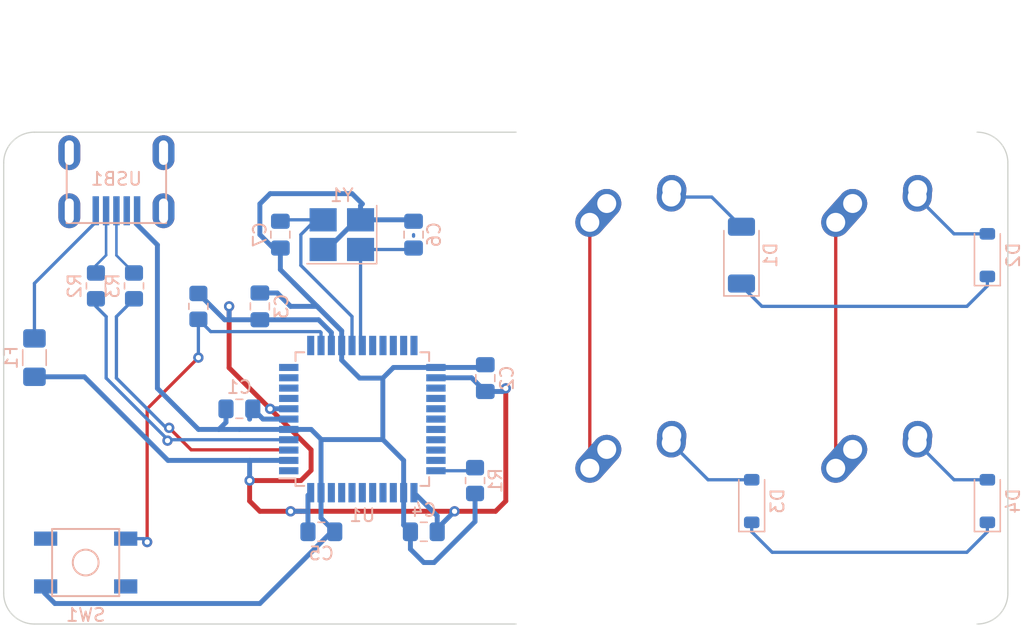
<source format=kicad_pcb>
(kicad_pcb (version 20221018) (generator pcbnew)
  (layers (0 "F.Cu" signal) (31 "B.Cu" signal) (34 "B.Paste" user) (35 "F.Paste" user) (36 "B.SilkS" user "B.Silkscreen") (37 "F.SilkS" user "F.Silkscreen") (38 "B.Mask" user) (39 "F.Mask" user) (44 "Edge.Cuts" user))
  (net 0 "")
  (net 1 "Net-(U2-UCAP)")
  (net 2 "GND")
  (net 3 "+5V")
  (net 4 "Net-(U2-XTAL1)")
  (net 5 "Net-(U2-XTAL2)")
  (net 6 "ROW0")
  (net 7 "Net-(D1-A)")
  (net 8 "Net-(D2-A)")
  (net 9 "ROW1")
  (net 10 "Net-(D3-A)")
  (net 11 "Net-(D4-A)")
  (net 12 "VCC")
  (net 13 "COL0")
  (net 14 "COL1")
  (net 15 "Net-(U2-~{HWB}{slash}PE2)")
  (net 16 "D+")
  (net 17 "Net-(U2-D+)")
  (net 18 "D-")
  (net 19 "Net-(U2-D-)")
  (net 20 "Net-(U2-~{RESET})")
  (footprint "MX_Alps_Hybrid:MX-1U-NoLED" (layer "F.Cu") (at 88.9 61.9125)
    (fp_text reference "MX1")
    (fp_text value "MX-NoLED")
    (pad "" np_thru_hole circle (at -5.08 0 48.0996) (size 1.75 1.75) (drill 1.75) (layers "*.Cu" "*.Mask"))
    (pad "" np_thru_hole circle (at 0 0) (size 3.9878 3.9878) (drill 3.9878) (layers "*.Cu" "*.Mask"))
    (pad "" np_thru_hole circle (at 5.08 0 48.0996) (size 1.75 1.75) (drill 1.75) (layers "*.Cu" "*.Mask"))
    (pad "1" thru_hole oval (at -3.81 -2.54 48.0996) (size 4.211556 2.25) (drill 1.47 (offset 0.980778 0)) (layers "*.Cu" "B.Mask") (net 13 "COL0"))
    (pad "1" thru_hole circle (at -2.5 -4) (size 2.25 2.25) (drill 1.47) (layers "*.Cu" "B.Mask") (net 13 "COL0"))
    (pad "2" thru_hole oval (at 2.5 -4.5 86.0548) (size 2.831378 2.25) (drill 1.47 (offset 0.290689 0)) (layers "*.Cu" "B.Mask") (net 7 "Net-(D1-A)"))
    (pad "2" thru_hole circle (at 2.54 -5.08) (size 2.25 2.25) (drill 1.47) (layers "*.Cu" "B.Mask") (net 7 "Net-(D1-A)"))
  )
  (footprint "MX_Alps_Hybrid:MX-1U-NoLED" (layer "F.Cu") (at 107.95 80.9625)
    (fp_text reference "MX4")
    (fp_text value "MX-NoLED")
    (pad "" np_thru_hole circle (at -5.08 0 48.0996) (size 1.75 1.75) (drill 1.75) (layers "*.Cu" "*.Mask"))
    (pad "" np_thru_hole circle (at 0 0) (size 3.9878 3.9878) (drill 3.9878) (layers "*.Cu" "*.Mask"))
    (pad "" np_thru_hole circle (at 5.08 0 48.0996) (size 1.75 1.75) (drill 1.75) (layers "*.Cu" "*.Mask"))
    (pad "1" thru_hole oval (at -3.81 -2.54 48.0996) (size 4.211556 2.25) (drill 1.47 (offset 0.980778 0)) (layers "*.Cu" "B.Mask") (net 14 "COL1"))
    (pad "1" thru_hole circle (at -2.5 -4) (size 2.25 2.25) (drill 1.47) (layers "*.Cu" "B.Mask") (net 14 "COL1"))
    (pad "2" thru_hole oval (at 2.5 -4.5 86.0548) (size 2.831378 2.25) (drill 1.47 (offset 0.290689 0)) (layers "*.Cu" "B.Mask") (net 11 "Net-(D4-A)"))
    (pad "2" thru_hole circle (at 2.54 -5.08) (size 2.25 2.25) (drill 1.47) (layers "*.Cu" "B.Mask") (net 11 "Net-(D4-A)"))
  )
  (footprint "MX_Alps_Hybrid:MX-1U-NoLED" (layer "F.Cu") (at 88.9 80.9625)
    (fp_text reference "MX3")
    (fp_text value "MX-NoLED")
    (pad "" np_thru_hole circle (at -5.08 0 48.0996) (size 1.75 1.75) (drill 1.75) (layers "*.Cu" "*.Mask"))
    (pad "" np_thru_hole circle (at 0 0) (size 3.9878 3.9878) (drill 3.9878) (layers "*.Cu" "*.Mask"))
    (pad "" np_thru_hole circle (at 5.08 0 48.0996) (size 1.75 1.75) (drill 1.75) (layers "*.Cu" "*.Mask"))
    (pad "1" thru_hole oval (at -3.81 -2.54 48.0996) (size 4.211556 2.25) (drill 1.47 (offset 0.980778 0)) (layers "*.Cu" "B.Mask") (net 13 "COL0"))
    (pad "1" thru_hole circle (at -2.5 -4) (size 2.25 2.25) (drill 1.47) (layers "*.Cu" "B.Mask") (net 13 "COL0"))
    (pad "2" thru_hole oval (at 2.5 -4.5 86.0548) (size 2.831378 2.25) (drill 1.47 (offset 0.290689 0)) (layers "*.Cu" "B.Mask") (net 10 "Net-(D3-A)"))
    (pad "2" thru_hole circle (at 2.54 -5.08) (size 2.25 2.25) (drill 1.47) (layers "*.Cu" "B.Mask") (net 10 "Net-(D3-A)"))
  )
  (footprint "MX_Alps_Hybrid:MX-1U-NoLED" (layer "F.Cu") (at 107.95 61.9125)
    (fp_text reference "MX2")
    (fp_text value "MX-NoLED")
    (pad "" np_thru_hole circle (at -5.08 0 48.0996) (size 1.75 1.75) (drill 1.75) (layers "*.Cu" "*.Mask"))
    (pad "" np_thru_hole circle (at 0 0) (size 3.9878 3.9878) (drill 3.9878) (layers "*.Cu" "*.Mask"))
    (pad "" np_thru_hole circle (at 5.08 0 48.0996) (size 1.75 1.75) (drill 1.75) (layers "*.Cu" "*.Mask"))
    (pad "1" thru_hole oval (at -3.81 -2.54 48.0996) (size 4.211556 2.25) (drill 1.47 (offset 0.980778 0)) (layers "*.Cu" "B.Mask") (net 14 "COL1"))
    (pad "1" thru_hole circle (at -2.5 -4) (size 2.25 2.25) (drill 1.47) (layers "*.Cu" "B.Mask") (net 14 "COL1"))
    (pad "2" thru_hole oval (at 2.5 -4.5 86.0548) (size 2.831378 2.25) (drill 1.47 (offset 0.290689 0)) (layers "*.Cu" "B.Mask") (net 8 "Net-(D2-A)"))
    (pad "2" thru_hole circle (at 2.54 -5.08) (size 2.25 2.25) (drill 1.47) (layers "*.Cu" "B.Mask") (net 8 "Net-(D2-A)"))
  )
  (footprint "Diode_SMD:D_SOD-128" (layer "B.Cu") (at 96.8375 61.9125 90)
    (fp_text reference "D1" (at 0 2.25 90) (layer "B.SilkS") (effects (justify mirror)))
    (fp_text value "SOD-123")
    (fp_line (start -3.16 -1.36) (end 1.9 -1.36) (stroke (width 0.12)) (layer "B.SilkS"))
    (fp_line (start -3.16 1.36) (end -3.16 -1.36) (stroke (width 0.12)) (layer "B.SilkS"))
    (fp_line (start -3.16 1.36) (end 1.9 1.36) (stroke (width 0.12)) (layer "B.SilkS"))
    (pad "1" smd roundrect (at -2.2 0 90) (size 1.4 2.1) (layers "B.Cu" "B.Paste" "B.Mask") (roundrect_rratio 0.1785714286) (net 6 "ROW0"))
    (pad "2" smd roundrect (at 2.2 0 90) (size 1.4 2.1) (layers "B.Cu" "B.Paste" "B.Mask") (roundrect_rratio 0.1785714286) (net 7 "Net-(D1-A)"))
  )
  (footprint "Capacitor_SMD:C_0805_2012Metric_Pad1.18x1.45mm_HandSolder" (layer "B.Cu") (at 59.53125 65.88125 90)
    (fp_text reference "C3" (at 0 1.68 90) (layer "B.SilkS") (effects (justify mirror)))
    (fp_text value "0.1uF")
    (fp_line (start -0.261252 -0.735) (end 0.261252 -0.735) (stroke (width 0.12)) (layer "B.SilkS"))
    (fp_line (start -0.261252 0.735) (end 0.261252 0.735) (stroke (width 0.12)) (layer "B.SilkS"))
    (pad "1" smd roundrect (at -1.0375 0 90) (size 1.175 1.45) (layers "B.Cu" "B.Paste" "B.Mask") (roundrect_rratio 0.212766) (net 3 "+5V"))
    (pad "2" smd roundrect (at 1.0375 0 90) (size 1.175 1.45) (layers "B.Cu" "B.Paste" "B.Mask") (roundrect_rratio 0.212766) (net 2 "GND"))
  )
  (footprint "Capacitor_SMD:C_0805_2012Metric_Pad1.18x1.45mm_HandSolder" (layer "B.Cu") (at 76.99375 71.4375 90)
    (fp_text reference "C2" (at 0 1.68 90) (layer "B.SilkS") (effects (justify mirror)))
    (fp_text value "0.1uF")
    (fp_line (start -0.261252 -0.735) (end 0.261252 -0.735) (stroke (width 0.12)) (layer "B.SilkS"))
    (fp_line (start -0.261252 0.735) (end 0.261252 0.735) (stroke (width 0.12)) (layer "B.SilkS"))
    (pad "1" smd roundrect (at -1.0375 0 90) (size 1.175 1.45) (layers "B.Cu" "B.Paste" "B.Mask") (roundrect_rratio 0.212766) (net 3 "+5V"))
    (pad "2" smd roundrect (at 1.0375 0 90) (size 1.175 1.45) (layers "B.Cu" "B.Paste" "B.Mask") (roundrect_rratio 0.212766) (net 2 "GND"))
  )
  (footprint "Resistor_SMD:R_0805_2012Metric_Pad1.20x1.40mm_HandSolder" (layer "B.Cu") (at 46.83125 64.29375 -90)
    (fp_text reference "R2" (at 0 1.65 90) (layer "B.SilkS") (effects (justify mirror)))
    (fp_text value "22")
    (fp_line (start -0.227064 -0.735) (end 0.227064 -0.735) (stroke (width 0.12)) (layer "B.SilkS"))
    (fp_line (start -0.227064 0.735) (end 0.227064 0.735) (stroke (width 0.12)) (layer "B.SilkS"))
    (pad "1" smd roundrect (at -1 0 270) (size 1.2 1.4) (layers "B.Cu" "B.Paste" "B.Mask") (roundrect_rratio 0.208333) (net 16 "D+"))
    (pad "2" smd roundrect (at 1 0 270) (size 1.2 1.4) (layers "B.Cu" "B.Paste" "B.Mask") (roundrect_rratio 0.208333) (net 17 "Net-(U2-D+)"))
  )
  (footprint "Package_QFP:TQFP-44_10x10mm_P0.8mm" (layer "B.Cu") (at 67.46875 74.6125)
    (fp_text reference "U1" (at 0 7.45) (layer "B.SilkS") (effects (justify mirror)))
    (fp_text value "ATmega32U4-A")
    (fp_line (start -5.175 -5.175) (end -5.175 -4.5) (stroke (width 0.15)) (layer "B.SilkS"))
    (fp_line (start -5.175 -5.175) (end -4.5 -5.175) (stroke (width 0.15)) (layer "B.SilkS"))
    (fp_line (start -5.175 4.6) (end -6.45 4.6) (stroke (width 0.15)) (layer "B.SilkS"))
    (fp_line (start -5.175 5.175) (end -5.175 4.6) (stroke (width 0.15)) (layer "B.SilkS"))
    (fp_line (start -5.175 5.175) (end -4.5 5.175) (stroke (width 0.15)) (layer "B.SilkS"))
    (fp_line (start 5.175 -5.175) (end 4.5 -5.175) (stroke (width 0.15)) (layer "B.SilkS"))
    (fp_line (start 5.175 -5.175) (end 5.175 -4.5) (stroke (width 0.15)) (layer "B.SilkS"))
    (fp_line (start 5.175 5.175) (end 4.5 5.175) (stroke (width 0.15)) (layer "B.SilkS"))
    (fp_line (start 5.175 5.175) (end 5.175 4.5) (stroke (width 0.15)) (layer "B.SilkS"))
    (pad "1" smd rect (at -5.7 4) (size 1.5 0.55) (layers "B.Cu" "B.Paste" "B.Mask"))
    (pad "2" smd rect (at -5.7 3.2) (size 1.5 0.55) (layers "B.Cu" "B.Paste" "B.Mask") (net 3 "+5V"))
    (pad "3" smd rect (at -5.7 2.4) (size 1.5 0.55) (layers "B.Cu" "B.Paste" "B.Mask") (net 19 "Net-(U2-D-)"))
    (pad "4" smd rect (at -5.7 1.6) (size 1.5 0.55) (layers "B.Cu" "B.Paste" "B.Mask") (net 17 "Net-(U2-D+)"))
    (pad "5" smd rect (at -5.7 0.8) (size 1.5 0.55) (layers "B.Cu" "B.Paste" "B.Mask") (net 2 "GND"))
    (pad "6" smd rect (at -5.7 0) (size 1.5 0.55) (layers "B.Cu" "B.Paste" "B.Mask") (net 1 "Net-(U2-UCAP)"))
    (pad "7" smd rect (at -5.7 -0.8) (size 1.5 0.55) (layers "B.Cu" "B.Paste" "B.Mask") (net 3 "+5V"))
    (pad "8" smd rect (at -5.7 -1.6) (size 1.5 0.55) (layers "B.Cu" "B.Paste" "B.Mask"))
    (pad "9" smd rect (at -5.7 -2.4) (size 1.5 0.55) (layers "B.Cu" "B.Paste" "B.Mask"))
    (pad "10" smd rect (at -5.7 -3.2) (size 1.5 0.55) (layers "B.Cu" "B.Paste" "B.Mask"))
    (pad "11" smd rect (at -5.7 -4) (size 1.5 0.55) (layers "B.Cu" "B.Paste" "B.Mask"))
    (pad "12" smd rect (at -4 -5.7 270) (size 1.5 0.55) (layers "B.Cu" "B.Paste" "B.Mask"))
    (pad "13" smd rect (at -3.2 -5.7 270) (size 1.5 0.55) (layers "B.Cu" "B.Paste" "B.Mask") (net 20 "Net-(U2-~{RESET})"))
    (pad "14" smd rect (at -2.4 -5.7 270) (size 1.5 0.55) (layers "B.Cu" "B.Paste" "B.Mask") (net 3 "+5V"))
    (pad "15" smd rect (at -1.6 -5.7 270) (size 1.5 0.55) (layers "B.Cu" "B.Paste" "B.Mask") (net 2 "GND"))
    (pad "16" smd rect (at -0.8 -5.7 270) (size 1.5 0.55) (layers "B.Cu" "B.Paste" "B.Mask") (net 5 "Net-(U2-XTAL2)"))
    (pad "17" smd rect (at 0 -5.7 270) (size 1.5 0.55) (layers "B.Cu" "B.Paste" "B.Mask") (net 4 "Net-(U2-XTAL1)"))
    (pad "18" smd rect (at 0.8 -5.7 270) (size 1.5 0.55) (layers "B.Cu" "B.Paste" "B.Mask"))
    (pad "19" smd rect (at 1.6 -5.7 270) (size 1.5 0.55) (layers "B.Cu" "B.Paste" "B.Mask"))
    (pad "20" smd rect (at 2.4 -5.7 270) (size 1.5 0.55) (layers "B.Cu" "B.Paste" "B.Mask"))
    (pad "21" smd rect (at 3.2 -5.7 270) (size 1.5 0.55) (layers "B.Cu" "B.Paste" "B.Mask"))
    (pad "22" smd rect (at 4 -5.7 270) (size 1.5 0.55) (layers "B.Cu" "B.Paste" "B.Mask"))
    (pad "23" smd rect (at 5.7 -4) (size 1.5 0.55) (layers "B.Cu" "B.Paste" "B.Mask") (net 2 "GND"))
    (pad "24" smd rect (at 5.7 -3.2) (size 1.5 0.55) (layers "B.Cu" "B.Paste" "B.Mask") (net 3 "+5V"))
    (pad "25" smd rect (at 5.7 -2.4) (size 1.5 0.55) (layers "B.Cu" "B.Paste" "B.Mask"))
    (pad "26" smd rect (at 5.7 -1.6) (size 1.5 0.55) (layers "B.Cu" "B.Paste" "B.Mask"))
    (pad "27" smd rect (at 5.7 -0.8) (size 1.5 0.55) (layers "B.Cu" "B.Paste" "B.Mask"))
    (pad "28" smd rect (at 5.7 0) (size 1.5 0.55) (layers "B.Cu" "B.Paste" "B.Mask"))
    (pad "29" smd rect (at 5.7 0.8) (size 1.5 0.55) (layers "B.Cu" "B.Paste" "B.Mask"))
    (pad "30" smd rect (at 5.7 1.6) (size 1.5 0.55) (layers "B.Cu" "B.Paste" "B.Mask"))
    (pad "31" smd rect (at 5.7 2.4) (size 1.5 0.55) (layers "B.Cu" "B.Paste" "B.Mask"))
    (pad "32" smd rect (at 5.7 3.2) (size 1.5 0.55) (layers "B.Cu" "B.Paste" "B.Mask"))
    (pad "33" smd rect (at 5.7 4) (size 1.5 0.55) (layers "B.Cu" "B.Paste" "B.Mask") (net 15 "Net-(U2-~{HWB}{slash}PE2)"))
    (pad "34" smd rect (at 4 5.7 270) (size 1.5 0.55) (layers "B.Cu" "B.Paste" "B.Mask") (net 3 "+5V"))
    (pad "35" smd rect (at 3.2 5.7 270) (size 1.5 0.55) (layers "B.Cu" "B.Paste" "B.Mask") (net 2 "GND"))
    (pad "36" smd rect (at 2.4 5.7 270) (size 1.5 0.55) (layers "B.Cu" "B.Paste" "B.Mask"))
    (pad "37" smd rect (at 1.6 5.7 270) (size 1.5 0.55) (layers "B.Cu" "B.Paste" "B.Mask"))
    (pad "38" smd rect (at 0.8 5.7 270) (size 1.5 0.55) (layers "B.Cu" "B.Paste" "B.Mask"))
    (pad "39" smd rect (at 0 5.7 270) (size 1.5 0.55) (layers "B.Cu" "B.Paste" "B.Mask"))
    (pad "40" smd rect (at -0.8 5.7 270) (size 1.5 0.55) (layers "B.Cu" "B.Paste" "B.Mask"))
    (pad "41" smd rect (at -1.6 5.7 270) (size 1.5 0.55) (layers "B.Cu" "B.Paste" "B.Mask"))
    (pad "42" smd rect (at -2.4 5.7 270) (size 1.5 0.55) (layers "B.Cu" "B.Paste" "B.Mask"))
    (pad "43" smd rect (at -3.2 5.7 270) (size 1.5 0.55) (layers "B.Cu" "B.Paste" "B.Mask") (net 2 "GND"))
    (pad "44" smd rect (at -4 5.7 270) (size 1.5 0.55) (layers "B.Cu" "B.Paste" "B.Mask") (net 3 "+5V"))
  )
  (footprint "Capacitor_SMD:C_0805_2012Metric_Pad1.18x1.45mm_HandSolder" (layer "B.Cu") (at 57.94375 73.81875 180)
    (fp_text reference "C1" (at 0 1.68) (layer "B.SilkS") (effects (justify mirror)))
    (fp_text value "1uF")
    (fp_line (start -0.261252 -0.735) (end 0.261252 -0.735) (stroke (width 0.12)) (layer "B.SilkS"))
    (fp_line (start -0.261252 0.735) (end 0.261252 0.735) (stroke (width 0.12)) (layer "B.SilkS"))
    (pad "1" smd roundrect (at -1.0375 0 180) (size 1.175 1.45) (layers "B.Cu" "B.Paste" "B.Mask") (roundrect_rratio 0.212766) (net 1 "Net-(U2-UCAP)"))
    (pad "2" smd roundrect (at 1.0375 0 180) (size 1.175 1.45) (layers "B.Cu" "B.Paste" "B.Mask") (roundrect_rratio 0.212766) (net 2 "GND"))
  )
  (footprint "Resistor_SMD:R_0805_2012Metric_Pad1.20x1.40mm_HandSolder" (layer "B.Cu") (at 49.78125 64.29375 -90)
    (fp_text reference "R3" (at 0 1.65 90) (layer "B.SilkS") (effects (justify mirror)))
    (fp_text value "22")
    (fp_line (start -0.227064 -0.735) (end 0.227064 -0.735) (stroke (width 0.12)) (layer "B.SilkS"))
    (fp_line (start -0.227064 0.735) (end 0.227064 0.735) (stroke (width 0.12)) (layer "B.SilkS"))
    (pad "1" smd roundrect (at -1 0 270) (size 1.2 1.4) (layers "B.Cu" "B.Paste" "B.Mask") (roundrect_rratio 0.208333) (net 18 "D-"))
    (pad "2" smd roundrect (at 1 0 270) (size 1.2 1.4) (layers "B.Cu" "B.Paste" "B.Mask") (roundrect_rratio 0.208333) (net 19 "Net-(U2-D-)"))
  )
  (footprint "Resistor_SMD:R_0805_2012Metric_Pad1.20x1.40mm_HandSolder" (layer "B.Cu") (at 76.2 79.375 -90)
    (fp_text reference "R1" (at 0 -1.5875 90) (layer "B.SilkS") (effects (justify mirror)))
    (fp_text value "10k")
    (fp_line (start -0.227064 -0.735) (end 0.227064 -0.735) (stroke (width 0.12)) (layer "B.SilkS"))
    (fp_line (start -0.227064 0.735) (end 0.227064 0.735) (stroke (width 0.12)) (layer "B.SilkS"))
    (pad "1" smd roundrect (at -1 0 270) (size 1.2 1.4) (layers "B.Cu" "B.Paste" "B.Mask") (roundrect_rratio 0.208333) (net 15 "Net-(U2-~{HWB}{slash}PE2)"))
    (pad "2" smd roundrect (at 1 0 270) (size 1.2 1.4) (layers "B.Cu" "B.Paste" "B.Mask") (roundrect_rratio 0.208333) (net 2 "GND"))
  )
  (footprint "Diode_SMD:D_SOD-123" (layer "B.Cu") (at 115.8875 80.9625 90)
    (fp_text reference "D4" (at 0 2 90) (layer "B.SilkS") (effects (justify mirror)))
    (fp_text value "SOD-123")
    (fp_line (start -2.36 -1) (end 1.65 -1) (stroke (width 0.12)) (layer "B.SilkS"))
    (fp_line (start -2.36 1) (end -2.36 -1) (stroke (width 0.12)) (layer "B.SilkS"))
    (fp_line (start -2.36 1) (end 1.65 1) (stroke (width 0.12)) (layer "B.SilkS"))
    (pad "1" smd roundrect (at -1.65 0 90) (size 0.9 1.2) (layers "B.Cu" "B.Paste" "B.Mask") (net 9 "ROW1"))
    (pad "2" smd roundrect (at 1.65 0 90) (size 0.9 1.2) (layers "B.Cu" "B.Paste" "B.Mask") (net 11 "Net-(D4-A)"))
  )
  (footprint "Fuse:Fuse_1206_3216Metric_Pad1.42x1.75mm_HandSolder" (layer "B.Cu") (at 42.06875 69.85 -90)
    (fp_text reference "F1" (at 0 1.82 90) (layer "B.SilkS") (effects (justify mirror)))
    (fp_text value "Polyfuse_Small")
    (fp_line (start -0.602064 -0.91) (end 0.602064 -0.91) (stroke (width 0.12)) (layer "B.SilkS"))
    (fp_line (start -0.602064 0.91) (end 0.602064 0.91) (stroke (width 0.12)) (layer "B.SilkS"))
    (pad "1" smd roundrect (at -1.4875 0 270) (size 1.425 1.75) (layers "B.Cu" "B.Paste" "B.Mask") (roundrect_rratio 0.175439) (net 12 "VCC"))
    (pad "2" smd roundrect (at 1.4875 0 270) (size 1.425 1.75) (layers "B.Cu" "B.Paste" "B.Mask") (roundrect_rratio 0.175439) (net 3 "+5V"))
  )
  (footprint "random-keyboard-parts:SKQG-1155865" (layer "B.Cu") (at 46.0375 85.725 180)
    (fp_text reference "SW1" (at 0 -4.064) (layer "B.SilkS") (effects (justify mirror)))
    (fp_text value "SW_Push")
    (fp_line (start -2.6 -2.6) (end -2.6 2.6) (stroke (width 0.15)) (layer "B.SilkS"))
    (fp_line (start -2.6 2.6) (end 2.6 2.6) (stroke (width 0.15)) (layer "B.SilkS"))
    (fp_line (start 2.6 -2.6) (end -2.6 -2.6) (stroke (width 0.15)) (layer "B.SilkS"))
    (fp_line (start 2.6 2.6) (end 2.6 -2.6) (stroke (width 0.15)) (layer "B.SilkS"))
    (fp_circle (center 0 0) (end 1 0) (stroke (width 0.15)) (fill none) (layer "B.SilkS"))
    (pad "1" smd rect (at 3.1 -1.85 180) (size 1.8 1.1) (layers "B.Cu" "B.Paste" "B.Mask") (net 2 "GND"))
    (pad "2" smd rect (at -3.1 1.85 180) (size 1.8 1.1) (layers "B.Cu" "B.Paste" "B.Mask") (net 20 "Net-(U2-~{RESET})"))
    (pad "3" smd rect (at 3.1 1.85 180) (size 1.8 1.1) (layers "B.Cu" "B.Paste" "B.Mask"))
    (pad "4" smd rect (at -3.1 -1.85 180) (size 1.8 1.1) (layers "B.Cu" "B.Paste" "B.Mask"))
  )
  (footprint "Capacitor_SMD:C_0805_2012Metric_Pad1.18x1.45mm_HandSolder" (layer "B.Cu") (at 61.11875 60.325 90)
    (fp_text reference "C7" (at 0 -1.5875 90) (layer "B.SilkS") (effects (justify mirror)))
    (fp_text value "22pF")
    (fp_line (start -0.261252 -0.735) (end 0.261252 -0.735) (stroke (width 0.12)) (layer "B.SilkS"))
    (fp_line (start -0.261252 0.735) (end 0.261252 0.735) (stroke (width 0.12)) (layer "B.SilkS"))
    (pad "1" smd roundrect (at -1.0375 0 90) (size 1.175 1.45) (layers "B.Cu" "B.Paste" "B.Mask") (roundrect_rratio 0.212766) (net 2 "GND"))
    (pad "2" smd roundrect (at 1.0375 0 90) (size 1.175 1.45) (layers "B.Cu" "B.Paste" "B.Mask") (roundrect_rratio 0.212766) (net 5 "Net-(U2-XTAL2)"))
  )
  (footprint "Diode_SMD:D_SOD-123" (layer "B.Cu") (at 115.8875 61.9125 90)
    (fp_text reference "D2" (at 0 2 90) (layer "B.SilkS") (effects (justify mirror)))
    (fp_text value "SOD-123")
    (fp_line (start -2.36 -1) (end 1.65 -1) (stroke (width 0.12)) (layer "B.SilkS"))
    (fp_line (start -2.36 1) (end -2.36 -1) (stroke (width 0.12)) (layer "B.SilkS"))
    (fp_line (start -2.36 1) (end 1.65 1) (stroke (width 0.12)) (layer "B.SilkS"))
    (pad "1" smd roundrect (at -1.65 0 90) (size 0.9 1.2) (layers "B.Cu" "B.Paste" "B.Mask") (net 6 "ROW0"))
    (pad "2" smd roundrect (at 1.65 0 90) (size 0.9 1.2) (layers "B.Cu" "B.Paste" "B.Mask") (net 8 "Net-(D2-A)"))
  )
  (footprint "Capacitor_SMD:C_0805_2012Metric_Pad1.18x1.45mm_HandSolder" (layer "B.Cu") (at 71.4375 60.325 -90)
    (fp_text reference "C6" (at 0 -1.5875 90) (layer "B.SilkS") (effects (justify mirror)))
    (fp_text value "22pF")
    (fp_line (start -0.261252 -0.735) (end 0.261252 -0.735) (stroke (width 0.12)) (layer "B.SilkS"))
    (fp_line (start -0.261252 0.735) (end 0.261252 0.735) (stroke (width 0.12)) (layer "B.SilkS"))
    (pad "1" smd roundrect (at -1.0375 0 270) (size 1.175 1.45) (layers "B.Cu" "B.Paste" "B.Mask") (roundrect_rratio 0.212766) (net 2 "GND"))
    (pad "2" smd roundrect (at 1.0375 0 270) (size 1.175 1.45) (layers "B.Cu" "B.Paste" "B.Mask") (roundrect_rratio 0.212766) (net 4 "Net-(U2-XTAL1)"))
  )
  (footprint "Diode_SMD:D_SOD-123" (layer "B.Cu") (at 97.63125 80.9625 90)
    (fp_text reference "D3" (at 0 2 90) (layer "B.SilkS") (effects (justify mirror)))
    (fp_text value "SOD-123")
    (fp_line (start -2.36 -1) (end 1.65 -1) (stroke (width 0.12)) (layer "B.SilkS"))
    (fp_line (start -2.36 1) (end -2.36 -1) (stroke (width 0.12)) (layer "B.SilkS"))
    (fp_line (start -2.36 1) (end 1.65 1) (stroke (width 0.12)) (layer "B.SilkS"))
    (pad "1" smd roundrect (at -1.65 0 90) (size 0.9 1.2) (layers "B.Cu" "B.Paste" "B.Mask") (net 9 "ROW1"))
    (pad "2" smd roundrect (at 1.65 0 90) (size 0.9 1.2) (layers "B.Cu" "B.Paste" "B.Mask") (net 10 "Net-(D3-A)"))
  )
  (footprint "Crystal:Crystal_SMD_3225-4Pin_3.2x2.5mm_HandSoldering" (layer "B.Cu") (at 65.88125 60.325 180)
    (fp_text reference "Y1" (at 0 3.05) (layer "B.SilkS") (effects (justify mirror)))
    (fp_text value "16Mhz")
    (fp_line (start -2.7 -2.25) (end 2.7 -2.25) (stroke (width 0.12)) (layer "B.SilkS"))
    (fp_line (start -2.7 2.25) (end -2.7 -2.25) (stroke (width 0.12)) (layer "B.SilkS"))
    (pad "1" smd rect (at -1.45 -1.15 180) (size 2.1 1.8) (layers "B.Cu" "B.Paste" "B.Mask") (net 4 "Net-(U2-XTAL1)"))
    (pad "2" smd rect (at 1.45 -1.15 180) (size 2.1 1.8) (layers "B.Cu" "B.Paste" "B.Mask") (net 2 "GND"))
    (pad "3" smd rect (at 1.45 1.15 180) (size 2.1 1.8) (layers "B.Cu" "B.Paste" "B.Mask") (net 5 "Net-(U2-XTAL2)"))
    (pad "4" smd rect (at -1.45 1.15 180) (size 2.1 1.8) (layers "B.Cu" "B.Paste" "B.Mask") (net 2 "GND"))
  )
  (footprint "Capacitor_SMD:C_0805_2012Metric_Pad1.18x1.45mm_HandSolder" (layer "B.Cu") (at 64.29375 83.34375)
    (fp_text reference "C5" (at 0 1.68) (layer "B.SilkS") (effects (justify mirror)))
    (fp_text value "10uF")
    (fp_line (start -0.261252 -0.735) (end 0.261252 -0.735) (stroke (width 0.12)) (layer "B.SilkS"))
    (fp_line (start -0.261252 0.735) (end 0.261252 0.735) (stroke (width 0.12)) (layer "B.SilkS"))
    (pad "1" smd roundrect (at -1.0375 0) (size 1.175 1.45) (layers "B.Cu" "B.Paste" "B.Mask") (roundrect_rratio 0.212766) (net 3 "+5V"))
    (pad "2" smd roundrect (at 1.0375 0) (size 1.175 1.45) (layers "B.Cu" "B.Paste" "B.Mask") (roundrect_rratio 0.212766) (net 2 "GND"))
  )
  (footprint "Resistor_SMD:R_0805_2012Metric_Pad1.20x1.40mm_HandSolder" (layer "B.Cu") (at 54.76875 65.88125 -90)
    (fp_text reference "R4" hide)
    (fp_text value "10k")
    (fp_line (start -0.227064 -0.735) (end 0.227064 -0.735) (stroke (width 0.12)) (layer "B.SilkS"))
    (fp_line (start -0.227064 0.735) (end 0.227064 0.735) (stroke (width 0.12)) (layer "B.SilkS"))
    (pad "1" smd roundrect (at -1 0 270) (size 1.2 1.4) (layers "B.Cu" "B.Paste" "B.Mask") (roundrect_rratio 0.208333) (net 3 "+5V"))
    (pad "2" smd roundrect (at 1 0 270) (size 1.2 1.4) (layers "B.Cu" "B.Paste" "B.Mask") (roundrect_rratio 0.208333) (net 20 "Net-(U2-~{RESET})"))
  )
  (footprint "Capacitor_SMD:C_0805_2012Metric_Pad1.18x1.45mm_HandSolder" (layer "B.Cu") (at 72.23125 83.34375 180)
    (fp_text reference "C4" (at 0 1.68) (layer "B.SilkS") (effects (justify mirror)))
    (fp_text value "0.1uF")
    (fp_line (start -0.261252 -0.735) (end 0.261252 -0.735) (stroke (width 0.12)) (layer "B.SilkS"))
    (fp_line (start -0.261252 0.735) (end 0.261252 0.735) (stroke (width 0.12)) (layer "B.SilkS"))
    (pad "1" smd roundrect (at -1.0375 0 180) (size 1.175 1.45) (layers "B.Cu" "B.Paste" "B.Mask") (roundrect_rratio 0.212766) (net 3 "+5V"))
    (pad "2" smd roundrect (at 1.0375 0 180) (size 1.175 1.45) (layers "B.Cu" "B.Paste" "B.Mask") (roundrect_rratio 0.212766) (net 2 "GND"))
  )
  (footprint "random-keyboard-parts:Molex-0548190589" (layer "B.Cu") (at 48.41875 53.975 -90)
    (fp_text reference "USB1" (at 2.032 0 -360) (layer "B.SilkS") (effects (justify mirror)))
    (fp_text value "Molex-0548190589")
    (fp_line (start 0 -3.85) (end 5.45 -3.85) (stroke (width 0.15)) (layer "B.SilkS"))
    (fp_line (start 0 3.85) (end 5.45 3.85) (stroke (width 0.15)) (layer "B.SilkS"))
    (fp_line (start 5.45 3.85) (end 5.45 -3.85) (stroke (width 0.15)) (layer "B.SilkS"))
    (pad "1" smd rect (at 4.5 -1.6 270) (size 2.25 0.5) (layers "B.Cu" "B.Paste" "B.Mask") (net 2 "GND"))
    (pad "2" smd rect (at 4.5 -0.8 270) (size 2.25 0.5) (layers "B.Cu" "B.Paste" "B.Mask"))
    (pad "3" smd rect (at 4.5 0 270) (size 2.25 0.5) (layers "B.Cu" "B.Paste" "B.Mask") (net 18 "D-"))
    (pad "4" smd rect (at 4.5 0.8 270) (size 2.25 0.5) (layers "B.Cu" "B.Paste" "B.Mask") (net 16 "D+"))
    (pad "5" smd rect (at 4.5 1.6 270) (size 2.25 0.5) (layers "B.Cu" "B.Paste" "B.Mask") (net 12 "VCC"))
    (pad "6" thru_hole oval (at 0 -3.65 270) (size 2.7 1.7) (drill oval 1.9 0.7) (layers "*.Cu" "*.Mask"))
    (pad "6" thru_hole oval (at 0 3.65 270) (size 2.7 1.7) (drill oval 1.9 0.7) (layers "*.Cu" "*.Mask"))
    (pad "6" thru_hole oval (at 4.5 -3.65 270) (size 2.7 1.7) (drill oval 1.9 0.7) (layers "*.Cu" "*.Mask"))
    (pad "6" thru_hole oval (at 4.5 3.65 270) (size 2.7 1.7) (drill oval 1.9 0.7) (layers "*.Cu" "*.Mask"))
  )
  (gr_line (start 117.475 88.10625) (end 117.475 54.76875) (stroke (width 0.1)) (layer "Edge.Cuts"))
  (gr_arc (start 39.6875 54.76875) (mid 40.384952 53.084952) (end 42.06875 52.3875) (stroke (width 0.1)) (layer "Edge.Cuts"))
  (gr_line (start 39.6875 88.10625) (end 39.6875 54.76875) (stroke (width 0.1)) (layer "Edge.Cuts"))
  (gr_arc (start 42.06875 90.4875) (mid 40.384952 89.790048) (end 39.6875 88.10625) (stroke (width 0.1)) (layer "Edge.Cuts"))
  (gr_line (start 42.06875 52.3875) (end 79.375 52.3875) (stroke (width 0.1)) (layer "Edge.Cuts"))
  (gr_arc (start 115.09375 52.3875) (mid 116.777548 53.084952) (end 117.475 54.76875) (stroke (width 0.1)) (layer "Edge.Cuts"))
  (gr_line (start 79.375 90.4875) (end 42.06875 90.4875) (stroke (width 0.1)) (layer "Edge.Cuts"))
  (gr_arc (start 117.475 88.10625) (mid 116.777548 89.790048) (end 115.09375 90.4875) (stroke (width 0.1)) (layer "Edge.Cuts"))
  (segment (start 71.4375 60.325) (end 71.4375 60.448) (width 0.254) (layer "B.Cu") (net 0))
  (segment (start 59.775 74.6125) (end 61.76875 74.6125) (width 0.381) (layer "B.Cu") (net 1))
  (segment (start 58.98125 73.81875) (end 59.775 74.6125) (width 0.381) (layer "B.Cu") (net 1))
  (segment (start 58.98125 73.81875) (end 58.7375 73.81875) (width 0.381) (layer "B.Cu") (net 1))
  (segment (start 58.7375 73.81875) (end 58.7375 74.61875) (width 0.381) (layer "B.Cu") (net 1))
  (segment (start 70.66875 82.81875) (end 70.66875 80.3125) (width 0.381) (layer "B.Cu") (net 2))
  (segment (start 62.13725 64.05) (end 65.86875 67.7815) (width 0.381) (layer "B.Cu") (net 2))
  (segment (start 64.29375 76.2) (end 63.50625 75.4125) (width 0.381) (layer "B.Cu") (net 2))
  (segment (start 59.53125 57.94375) (end 59.53125 60.325) (width 0.381) (layer "B.Cu") (net 2))
  (segment (start 59.53125 60.325) (end 60.56875 61.3625) (width 0.381) (layer "B.Cu") (net 2))
  (segment (start 66.675 57.15) (end 60.325 57.15) (width 0.381) (layer "B.Cu") (net 2))
  (segment (start 69.88125 70.6125) (end 73.16875 70.6125) (width 0.381) (layer "B.Cu") (net 2))
  (segment (start 56.35625 75.4125) (end 57.94375 75.4125) (width 0.381) (layer "B.Cu") (net 2))
  (segment (start 67.26275 71.4375) (end 65.86875 70.0435) (width 0.381) (layer "B.Cu") (net 2))
  (segment (start 72.23125 85.725) (end 71.19375 84.6875) (width 0.381) (layer "B.Cu") (net 2))
  (segment (start 71.19375 83.34375) (end 70.66875 82.81875) (width 0.381) (layer "B.Cu") (net 2))
  (segment (start 59.53125 88.9) (end 65.0875 83.34375) (width 0.381) (layer "B.Cu") (net 2))
  (segment (start 73.025 85.725) (end 72.23125 85.725) (width 0.381) (layer "B.Cu") (net 2))
  (segment (start 56.90625 73.81875) (end 56.90625 74.8625) (width 0.381) (layer "B.Cu") (net 2))
  (segment (start 67.33125 58.08125) (end 67.46875 57.94375) (width 0.381) (layer "B.Cu") (net 2))
  (segment (start 67.03125 59.175) (end 67.33125 59.175) (width 0.381) (layer "B.Cu") (net 2))
  (segment (start 61.11875 63.0315) (end 64.131125 66.043875) (width 0.381) (layer "B.Cu") (net 2))
  (segment (start 76.78125 70.6125) (end 73.16875 70.6125) (width 0.381) (layer "B.Cu") (net 2))
  (segment (start 64.73125 61.475) (end 67.03125 59.175) (width 0.381) (layer "B.Cu") (net 2))
  (segment (start 63.9685 65.88125) (end 64.131125 66.043875) (width 0.381) (layer "B.Cu") (net 2))
  (segment (start 61.9125 65.88125) (end 63.9685 65.88125) (width 0.381) (layer "B.Cu") (net 2))
  (segment (start 76.2 80.375) (end 76.2 82.55) (width 0.381) (layer "B.Cu") (net 2))
  (segment (start 64.131125 66.043875) (end 65.86875 67.7815) (width 0.381) (layer "B.Cu") (net 2))
  (segment (start 50.01875 58.475) (end 50.01875 59.51875) (width 0.381) (layer "B.Cu") (net 2))
  (segment (start 69.05625 71.4375) (end 69.88125 70.6125) (width 0.381) (layer "B.Cu") (net 2))
  (segment (start 65.86875 67.7815) (end 65.86875 68.9125) (width 0.381) (layer "B.Cu") (net 2))
  (segment (start 64.43125 61.475) (end 64.73125 61.475) (width 0.381) (layer "B.Cu") (net 2))
  (segment (start 59.53125 64.84375) (end 60.875 64.84375) (width 0.381) (layer "B.Cu") (net 2))
  (segment (start 69.05625 71.4375) (end 67.26275 71.4375) (width 0.381) (layer "B.Cu") (net 2))
  (segment (start 51.59375 72.23125) (end 54.775 75.4125) (width 0.381) (layer "B.Cu") (net 2))
  (segment (start 65.86875 70.0435) (end 65.86875 68.9125) (width 0.381) (layer "B.Cu") (net 2))
  (segment (start 51.59375 61.11875) (end 51.59375 72.23125) (width 0.381) (layer "B.Cu") (net 2))
  (segment (start 64.26875 76.225) (end 64.29375 76.2) (width 0.381) (layer "B.Cu") (net 2))
  (segment (start 76.2 82.55) (end 73.025 85.725) (width 0.381) (layer "B.Cu") (net 2))
  (segment (start 60.325 57.15) (end 59.53125 57.94375) (width 0.381) (layer "B.Cu") (net 2))
  (segment (start 50.00625 59.53125) (end 51.59375 61.11875) (width 0.381) (layer "B.Cu") (net 2))
  (segment (start 71.19375 84.6875) (end 71.19375 83.34375) (width 0.381) (layer "B.Cu") (net 2))
  (segment (start 42.9375 87.3875) (end 42.8625 87.3125) (width 0.381) (layer "B.Cu") (net 2))
  (segment (start 67.33125 59.175) (end 67.33125 58.08125) (width 0.381) (layer "B.Cu") (net 2))
  (segment (start 70.66875 77.8125) (end 69.05625 76.2) (width 0.381) (layer "B.Cu") (net 2))
  (segment (start 71.325 59.175) (end 67.33125 59.175) (width 0.381) (layer "B.Cu") (net 2))
  (segment (start 54.775 75.4125) (end 56.35625 75.4125) (width 0.381) (layer "B.Cu") (net 2))
  (segment (start 61.11875 61.3625) (end 61.11875 63.0315) (width 0.381) (layer "B.Cu") (net 2))
  (segment (start 63.50625 75.4125) (end 61.76875 75.4125) (width 0.381) (layer "B.Cu") (net 2))
  (segment (start 42.8625 87.3125) (end 42.8625 88.10625) (width 0.381) (layer "B.Cu") (net 2))
  (segment (start 69.05625 76.2) (end 64.29375 76.2) (width 0.381) (layer "B.Cu") (net 2))
  (segment (start 69.05625 76.2) (end 69.05625 71.4375) (width 0.381) (layer "B.Cu") (net 2))
  (segment (start 76.99375 70.4) (end 76.78125 70.6125) (width 0.381) (layer "B.Cu") (net 2))
  (segment (start 64.26875 82.28125) (end 64.26875 80.3125) (width 0.381) (layer "B.Cu") (net 2))
  (segment (start 42.9375 87.575) (end 42.9375 87.3875) (width 0.381) (layer "B.Cu") (net 2))
  (segment (start 56.90625 74.8625) (end 56.35625 75.4125) (width 0.381) (layer "B.Cu") (net 2))
  (segment (start 60.56875 61.3625) (end 61.11875 61.3625) (width 0.381) (layer "B.Cu") (net 2))
  (segment (start 42.8625 88.10625) (end 43.65625 88.9) (width 0.381) (layer "B.Cu") (net 2))
  (segment (start 43.65625 88.9) (end 59.53125 88.9) (width 0.381) (layer "B.Cu") (net 2))
  (segment (start 67.46875 57.94375) (end 66.675 57.15) (width 0.381) (layer "B.Cu") (net 2))
  (segment (start 71.4375 59.2875) (end 71.325 59.175) (width 0.381) (layer "B.Cu") (net 2))
  (segment (start 70.66875 80.3125) (end 70.66875 77.8125) (width 0.381) (layer "B.Cu") (net 2))
  (segment (start 64.31875 61.3625) (end 64.43125 61.475) (width 0.381) (layer "B.Cu") (net 2))
  (segment (start 65.33125 83.34375) (end 64.26875 82.28125) (width 0.381) (layer "B.Cu") (net 2))
  (segment (start 60.875 64.84375) (end 61.9125 65.88125) (width 0.381) (layer "B.Cu") (net 2))
  (segment (start 65.0875 83.34375) (end 65.33125 83.34375) (width 0.381) (layer "B.Cu") (net 2))
  (segment (start 57.94375 75.4125) (end 61.76875 75.4125) (width 0.381) (layer "B.Cu") (net 2))
  (segment (start 50.01875 59.51875) (end 50.00625 59.53125) (width 0.381) (layer "B.Cu") (net 2))
  (segment (start 64.26875 80.3125) (end 64.26875 76.225) (width 0.381) (layer "B.Cu") (net 2))
  (segment (start 62.70625 81.75625) (end 77.7875 81.75625) (width 0.381) (layer "F.Cu") (net 3))
  (segment (start 58.7375 79.375) (end 58.7375 80.9625) (width 0.381) (layer "F.Cu") (net 3))
  (segment (start 78.58125 80.9625) (end 77.7875 81.75625) (width 0.381) (layer "F.Cu") (net 3))
  (segment (start 78.58125 72.23125) (end 78.58125 80.9625) (width 0.381) (layer "F.Cu") (net 3))
  (segment (start 59.53125 81.75625) (end 61.9125 81.75625) (width 0.381) (layer "F.Cu") (net 3))
  (segment (start 58.7375 80.9625) (end 59.53125 81.75625) (width 0.381) (layer "F.Cu") (net 3))
  (segment (start 60.325 73.81875) (end 63.5 76.99375) (width 0.381) (layer "F.Cu") (net 3))
  (segment (start 57.15 65.88125) (end 57.15 70.64375) (width 0.381) (layer "F.Cu") (net 3))
  (segment (start 57.15 70.64375) (end 60.325 73.81875) (width 0.381) (layer "F.Cu") (net 3))
  (segment (start 62.70625 79.375) (end 58.7375 79.375) (width 0.381) (layer "F.Cu") (net 3))
  (segment (start 63.5 76.99375) (end 63.5 78.58125) (width 0.381) (layer "F.Cu") (net 3))
  (segment (start 61.9125 81.75625) (end 62.70625 81.75625) (width 0.381) (layer "F.Cu") (net 3))
  (segment (start 63.5 78.58125) (end 62.70625 79.375) (width 0.381) (layer "F.Cu") (net 3))
  (via (at 61.9125 81.75625) (size 0.8) (drill 0.4) (layers "F.Cu" "B.Cu") (net 3))
  (via (at 57.15 65.88125) (size 0.8) (drill 0.4) (layers "F.Cu" "B.Cu") (net 3))
  (via (at 74.6125 81.75625) (size 0.8) (drill 0.4) (layers "F.Cu" "B.Cu") (net 3))
  (via (at 58.7375 79.375) (size 0.8) (drill 0.4) (layers "F.Cu" "B.Cu") (net 3))
  (via (at 78.58125 72.23125) (size 0.8) (drill 0.4) (layers "F.Cu" "B.Cu") (net 3))
  (via (at 60.325 73.81875) (size 0.8) (drill 0.4) (layers "F.Cu" "B.Cu") (net 3))
  (segment (start 45.9375 71.3375) (end 52.4125 77.8125) (width 0.381) (layer "B.Cu") (net 3))
  (segment (start 63.25625 81.75625) (end 61.9125 81.75625) (width 0.381) (layer "B.Cu") (net 3))
  (segment (start 76.99375 72.475) (end 75.93125 71.4125) (width 0.381) (layer "B.Cu") (net 3))
  (segment (start 73.26875 83.1) (end 74.6125 81.75625) (width 0.381) (layer "B.Cu") (net 3))
  (segment (start 73.26875 83.34375) (end 73.26875 83.1) (width 0.381) (layer "B.Cu") (net 3))
  (segment (start 63.25625 80.525) (end 63.46875 80.3125) (width 0.381) (layer "B.Cu") (net 3))
  (segment (start 75.93125 71.4125) (end 73.16875 71.4125) (width 0.381) (layer "B.Cu") (net 3))
  (segment (start 65.06875 67.9065) (end 65.06875 68.9125) (width 0.381) (layer "B.Cu") (net 3))
  (segment (start 57.15 66.91875) (end 59.53125 66.91875) (width 0.381) (layer "B.Cu") (net 3))
  (segment (start 63.25625 83.34375) (end 63.25625 81.75625) (width 0.381) (layer "B.Cu") (net 3))
  (segment (start 54.76875 64.88125) (end 56.80625 66.91875) (width 0.381) (layer "B.Cu") (net 3))
  (segment (start 61.76875 73.8125) (end 60.33125 73.8125) (width 0.381) (layer "B.Cu") (net 3))
  (segment (start 63.25625 81.75625) (end 63.25625 80.525) (width 0.381) (layer "B.Cu") (net 3))
  (segment (start 73.26875 82.1125) (end 71.46875 80.3125) (width 0.381) (layer "B.Cu") (net 3))
  (segment (start 42.06875 71.3375) (end 45.9375 71.3375) (width 0.381) (layer "B.Cu") (net 3))
  (segment (start 59.53125 66.91875) (end 64.081 66.91875) (width 0.381) (layer "B.Cu") (net 3))
  (segment (start 58.7375 77.8125) (end 61.76875 77.8125) (width 0.381) (layer "B.Cu") (net 3))
  (segment (start 64.081 66.91875) (end 65.06875 67.9065) (width 0.381) (layer "B.Cu") (net 3))
  (segment (start 60.33125 73.8125) (end 60.325 73.81875) (width 0.381) (layer "B.Cu") (net 3))
  (segment (start 73.26875 83.34375) (end 73.26875 82.1125) (width 0.381) (layer "B.Cu") (net 3))
  (segment (start 57.15 66.91875) (end 57.15 65.88125) (width 0.381) (layer "B.Cu") (net 3))
  (segment (start 76.99375 72.475) (end 78.3375 72.475) (width 0.381) (layer "B.Cu") (net 3))
  (segment (start 52.4125 77.8125) (end 58.7375 77.8125) (width 0.381) (layer "B.Cu") (net 3))
  (segment (start 56.80625 66.91875) (end 57.15 66.91875) (width 0.381) (layer "B.Cu") (net 3))
  (segment (start 58.7375 77.8125) (end 58.7375 79.375) (width 0.381) (layer "B.Cu") (net 3))
  (segment (start 78.3375 72.475) (end 78.58125 72.23125) (width 0.381) (layer "B.Cu") (net 3))
  (segment (start 71.4375 61.3625) (end 71.325 61.475) (width 0.254) (layer "B.Cu") (net 4))
  (segment (start 67.33125 61.475) (end 67.33125 68.775) (width 0.254) (layer "B.Cu") (net 4))
  (segment (start 71.325 61.475) (end 67.33125 61.475) (width 0.254) (layer "B.Cu") (net 4))
  (segment (start 67.33125 68.775) (end 67.46875 68.9125) (width 0.254) (layer "B.Cu") (net 4))
  (segment (start 62.70625 62.70625) (end 66.66875 66.66875) (width 0.254) (layer "B.Cu") (net 5))
  (segment (start 64.43125 59.175) (end 63.85625 59.175) (width 0.254) (layer "B.Cu") (net 5))
  (segment (start 61.11875 59.2875) (end 61.23125 59.175) (width 0.254) (layer "B.Cu") (net 5))
  (segment (start 61.23125 59.175) (end 64.43125 59.175) (width 0.254) (layer "B.Cu") (net 5))
  (segment (start 63.85625 59.175) (end 62.70625 60.325) (width 0.254) (layer "B.Cu") (net 5))
  (segment (start 66.66875 66.66875) (end 66.66875 68.9125) (width 0.254) (layer "B.Cu") (net 5))
  (segment (start 62.70625 60.325) (end 62.70625 62.70625) (width 0.254) (layer "B.Cu") (net 5))
  (segment (start 115.8875 64.29375) (end 115.8875 63.5625) (width 0.254) (layer "B.Cu") (net 6))
  (segment (start 98.425 65.88125) (end 114.3 65.88125) (width 0.254) (layer "B.Cu") (net 6))
  (segment (start 114.3 65.88125) (end 115.8875 64.29375) (width 0.254) (layer "B.Cu") (net 6))
  (segment (start 96.8375 64.1125) (end 96.8375 64.29375) (width 0.254) (layer "B.Cu") (net 6))
  (segment (start 96.8375 64.29375) (end 98.425 65.88125) (width 0.254) (layer "B.Cu") (net 6))
  (segment (start 94.5375 57.4125) (end 91.4 57.4125) (width 0.254) (layer "B.Cu") (net 7))
  (segment (start 96.8375 59.7125) (end 94.5375 57.4125) (width 0.254) (layer "B.Cu") (net 7))
  (segment (start 113.3 60.2625) (end 110.45 57.4125) (width 0.254) (layer "B.Cu") (net 8))
  (segment (start 115.8875 60.2625) (end 113.3 60.2625) (width 0.254) (layer "B.Cu") (net 8))
  (segment (start 115.8875 83.34375) (end 115.8875 82.6125) (width 0.254) (layer "B.Cu") (net 9))
  (segment (start 99.21875 84.93125) (end 114.3 84.93125) (width 0.254) (layer "B.Cu") (net 9))
  (segment (start 97.63125 83.34375) (end 99.21875 84.93125) (width 0.254) (layer "B.Cu") (net 9))
  (segment (start 97.63125 82.6125) (end 97.63125 83.34375) (width 0.254) (layer "B.Cu") (net 9))
  (segment (start 114.3 84.93125) (end 115.8875 83.34375) (width 0.254) (layer "B.Cu") (net 9))
  (segment (start 97.63125 79.3125) (end 94.25 79.3125) (width 0.254) (layer "B.Cu") (net 10))
  (segment (start 94.25 79.3125) (end 91.4 76.4625) (width 0.254) (layer "B.Cu") (net 10))
  (segment (start 115.8875 79.3125) (end 113.3 79.3125) (width 0.254) (layer "B.Cu") (net 11))
  (segment (start 113.3 79.3125) (end 110.45 76.4625) (width 0.254) (layer "B.Cu") (net 11))
  (segment (start 46.81875 58.475) (end 46.81875 59.35) (width 0.254) (layer "B.Cu") (net 12))
  (segment (start 42.06875 64.1) (end 42.06875 68.3625) (width 0.254) (layer "B.Cu") (net 12))
  (segment (start 46.81875 59.35) (end 42.06875 64.1) (width 0.254) (layer "B.Cu") (net 12))
  (segment (start 85.09 59.3725) (end 85.09 78.4225) (width 0.254) (layer "F.Cu") (net 13))
  (segment (start 104.14 59.3725) (end 104.14 78.4225) (width 0.254) (layer "F.Cu") (net 14))
  (segment (start 76.2 78.375) (end 75.9625 78.6125) (width 0.254) (layer "B.Cu") (net 15))
  (segment (start 75.9625 78.6125) (end 73.16875 78.6125) (width 0.254) (layer "B.Cu") (net 15))
  (segment (start 47.61875 58.475) (end 47.61875 61.90625) (width 0.2) (layer "B.Cu") (net 16))
  (segment (start 46.83125 62.70625) (end 46.83125 63.29375) (width 0.2) (layer "B.Cu") (net 16))
  (segment (start 47.61875 61.90625) (end 47.625 61.9125) (width 0.2) (layer "B.Cu") (net 16))
  (segment (start 47.625 61.9125) (end 46.83125 62.70625) (width 0.2) (layer "B.Cu") (net 16))
  (via (at 52.377134 76.280786) (size 0.8) (drill 0.4) (layers "F.Cu" "B.Cu") (net 17))
  (segment (start 46.83125 65.88125) (end 47.625 66.675) (width 0.254) (layer "B.Cu") (net 17))
  (segment (start 52.377134 76.235366) (end 52.377134 76.280786) (width 0.254) (layer "B.Cu") (net 17))
  (segment (start 47.625 66.675) (end 47.625 71.4375) (width 0.254) (layer "B.Cu") (net 17))
  (segment (start 52.44542 76.2125) (end 61.76875 76.2125) (width 0.254) (layer "B.Cu") (net 17))
  (segment (start 52.377134 76.280786) (end 52.44542 76.2125) (width 0.254) (layer "B.Cu") (net 17))
  (segment (start 47.625 71.4375) (end 52.4 76.2125) (width 0.254) (layer "B.Cu") (net 17))
  (segment (start 52.4 76.2125) (end 52.377134 76.235366) (width 0.254) (layer "B.Cu") (net 17))
  (segment (start 46.83125 65.29375) (end 46.83125 65.88125) (width 0.254) (layer "B.Cu") (net 17))
  (segment (start 48.41875 61.93125) (end 49.78125 63.29375) (width 0.2) (layer "B.Cu") (net 18))
  (segment (start 48.41875 58.475) (end 48.41875 61.93125) (width 0.2) (layer "B.Cu") (net 18))
  (segment (start 52.504339 75.289411) (end 54.208678 76.99375) (width 0.254) (layer "F.Cu") (net 19))
  (segment (start 54.208678 76.99375) (end 61.11875 76.99375) (width 0.254) (layer "F.Cu") (net 19))
  (via (at 52.504339 75.289411) (size 0.8) (drill 0.4) (layers "F.Cu" "B.Cu") (net 19))
  (segment (start 52.3875 75.40625) (end 52.504339 75.289411) (width 0.254) (layer "B.Cu") (net 19))
  (segment (start 48.41875 71.4375) (end 52.3875 75.40625) (width 0.254) (layer "B.Cu") (net 19))
  (segment (start 48.41875 66.675) (end 48.41875 71.4375) (width 0.254) (layer "B.Cu") (net 19))
  (segment (start 49.78125 65.29375) (end 49.78125 65.3125) (width 0.254) (layer "B.Cu") (net 19))
  (segment (start 49.78125 65.3125) (end 48.41875 66.675) (width 0.254) (layer "B.Cu") (net 19))
  (segment (start 50.8 73.81875) (end 54.76875 69.85) (width 0.254) (layer "F.Cu") (net 20))
  (segment (start 50.8 84.1375) (end 50.8 73.81875) (width 0.254) (layer "F.Cu") (net 20))
  (via (at 54.76875 69.85) (size 0.8) (drill 0.4) (layers "F.Cu" "B.Cu") (net 20))
  (via (at 50.8 84.1375) (size 0.8) (drill 0.4) (layers "F.Cu" "B.Cu") (net 20))
  (segment (start 64.26875 68.9125) (end 64.26875 67.9085) (width 0.254) (layer "B.Cu") (net 20))
  (segment (start 64.19575 67.8355) (end 55.723 67.8355) (width 0.254) (layer "B.Cu") (net 20))
  (segment (start 49.1375 83.875) (end 50.5375 83.875) (width 0.254) (layer "B.Cu") (net 20))
  (segment (start 54.5625 66.675) (end 54.76875 66.88125) (width 0.254) (layer "B.Cu") (net 20))
  (segment (start 64.26875 67.9085) (end 64.19575 67.8355) (width 0.254) (layer "B.Cu") (net 20))
  (segment (start 54.76875 69.85) (end 54.76875 66.88125) (width 0.254) (layer "B.Cu") (net 20))
  (segment (start 55.723 67.8355) (end 54.76875 66.88125) (width 0.254) (layer "B.Cu") (net 20))
  (segment (start 50.5375 83.875) (end 50.8 84.1375) (width 0.254) (layer "B.Cu") (net 20))
)
</source>
